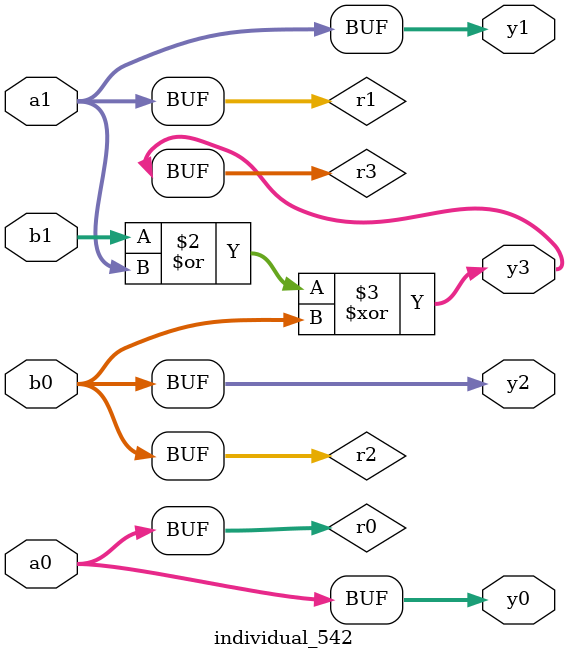
<source format=sv>
module individual_542(input logic [15:0] a1, input logic [15:0] a0, input logic [15:0] b1, input logic [15:0] b0, output logic [15:0] y3, output logic [15:0] y2, output logic [15:0] y1, output logic [15:0] y0);
logic [15:0] r0, r1, r2, r3; 
 always@(*) begin 
	 r0 = a0; r1 = a1; r2 = b0; r3 = b1; 
 	 r3  |=  r1 ;
 	 r3  ^=  b0 ;
 	 y3 = r3; y2 = r2; y1 = r1; y0 = r0; 
end
endmodule
</source>
